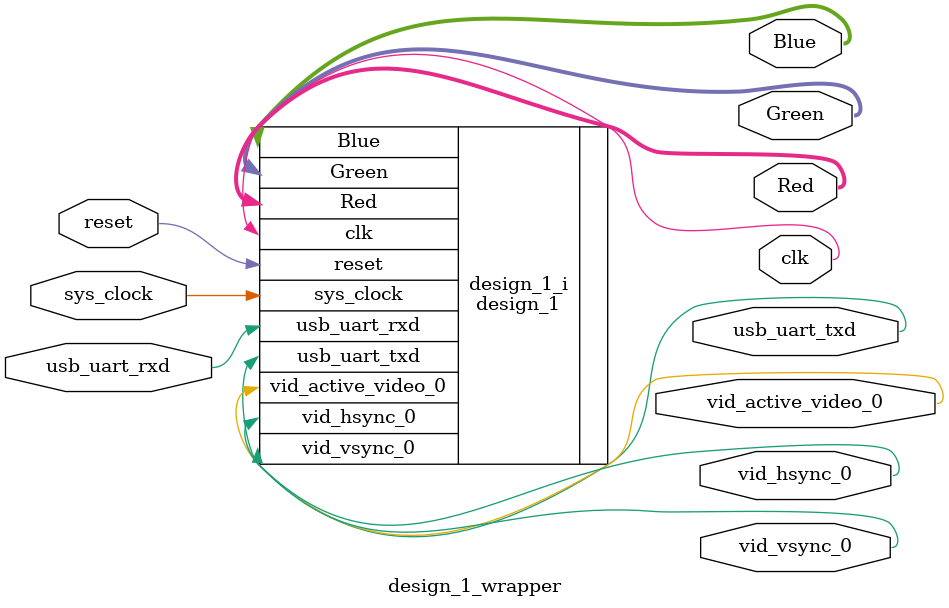
<source format=v>
`timescale 1 ps / 1 ps

module design_1_wrapper
   (Blue,
    Green,
    Red,
    clk,
    reset,
    sys_clock,
    usb_uart_rxd,
    usb_uart_txd,
    vid_active_video_0,
    vid_hsync_0,
    vid_vsync_0);
  output [3:0]Blue;
  output [3:0]Green;
  output [3:0]Red;
  output clk;
  input reset;
  input sys_clock;
  input usb_uart_rxd;
  output usb_uart_txd;
  output vid_active_video_0;
  output vid_hsync_0;
  output vid_vsync_0;

  wire [3:0]Blue;
  wire [3:0]Green;
  wire [3:0]Red;
  wire clk;
  wire reset;
  wire sys_clock;
  wire usb_uart_rxd;
  wire usb_uart_txd;
  wire vid_active_video_0;
  wire vid_hsync_0;
  wire vid_vsync_0;

  design_1 design_1_i
       (.Blue(Blue),
        .Green(Green),
        .Red(Red),
        .clk(clk),
        .reset(reset),
        .sys_clock(sys_clock),
        .usb_uart_rxd(usb_uart_rxd),
        .usb_uart_txd(usb_uart_txd),
        .vid_active_video_0(vid_active_video_0),
        .vid_hsync_0(vid_hsync_0),
        .vid_vsync_0(vid_vsync_0));
endmodule

</source>
